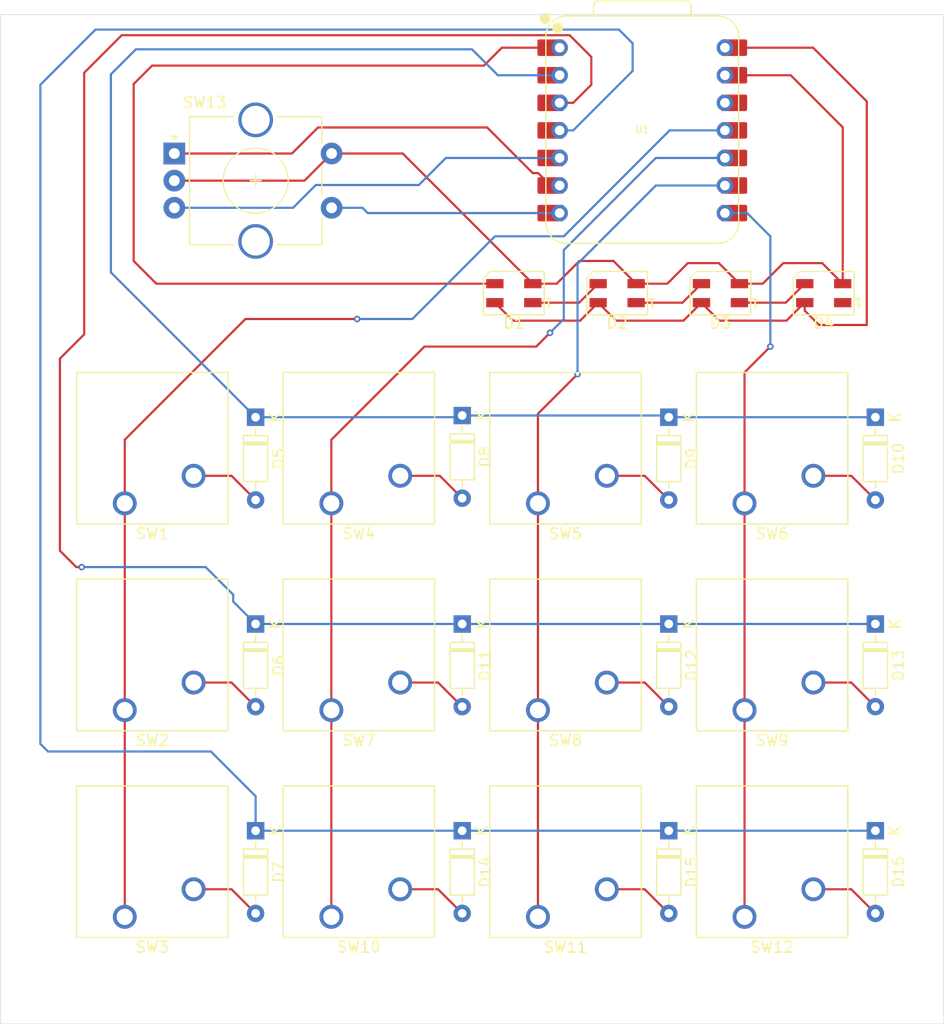
<source format=kicad_pcb>
(kicad_pcb (version 20240108) (generator "pcbnew") (generator_version "8.0")
  (layers (0 "F.Cu" signal) (31 "B.Cu" signal) (34 "B.Paste" user) (35 "F.Paste" user) (36 "B.SilkS" user "B.Silkscreen") (37 "F.SilkS" user "F.Silkscreen") (38 "B.Mask" user) (39 "F.Mask" user) (44 "Edge.Cuts" user))
  (net 0 "")
  (net 1 "GND")
  (net 2 "Net-(D1-DIN)")
  (net 3 "+5V")
  (net 4 "Net-(D1-DOUT)")
  (net 5 "Net-(D2-DOUT)")
  (net 6 "Net-(D3-DOUT)")
  (net 8 "Net-(D10-K)")
  (net 9 "Net-(D5-A)")
  (net 10 "Net-(D6-A)")
  (net 11 "Net-(D11-K)")
  (net 12 "Net-(D7-A)")
  (net 13 "Net-(D14-K)")
  (net 14 "Net-(D8-A)")
  (net 15 "Net-(D9-A)")
  (net 16 "Net-(D10-A)")
  (net 17 "Net-(D11-A)")
  (net 18 "Net-(D12-A)")
  (net 19 "Net-(D13-A)")
  (net 20 "Net-(D14-A)")
  (net 21 "Net-(D15-A)")
  (net 22 "Net-(D16-A)")
  (net 23 "Net-(U1-GPIO3{slash}MOSI)")
  (net 24 "Net-(U1-GPIO4{slash}MISO)")
  (net 25 "Net-(U1-GPIO2{slash}SCK)")
  (net 26 "Net-(U1-GPIO1{slash}RX)")
  (net 27 "Net-(U1-GPIO0{slash}TX)")
  (net 28 "Net-(U1-GPIO7{slash}SCL)")
  (net 29 "Net-(U1-GPIO6{slash}SDA)")
  (footprint "Button_Switch_Keyboard:SW_Cherry_MX_1.00u_PCB" (layer "F.Cu") (at 185.57875 93.18625 180)
    (property "Reference" "SW8" (at -2.54 -2.794 360) (layer "F.SilkS"))
    (property "Value" "SW_Push")
    (pad "" np_thru_hole circle (at -7.62 5.08 180) (size 1.7 1.7) (drill 1.7) (layers "*.Cu" "*.Mask"))
    (pad "" np_thru_hole circle (at -2.54 5.08 180) (size 4 4) (drill 4) (layers "*.Cu" "*.Mask"))
    (pad "" np_thru_hole circle (at 2.54 5.08 180) (size 1.7 1.7) (drill 1.7) (layers "*.Cu" "*.Mask"))
    (pad "1" thru_hole circle (at 0 0 180) (size 2.2 2.2) (drill 1.5) (layers "*.Cu" "*.Mask") (net 25 "Net-(U1-GPIO2{slash}SCK)"))
    (pad "2" thru_hole circle (at -6.35 2.54 180) (size 2.2 2.2) (drill 1.5) (layers "*.Cu" "*.Mask") (net 18 "Net-(D12-A)"))
  )
  (footprint "Diode_THT:D_DO-35_SOD27_P7.62mm_Horizontal" (layer "F.Cu") (at 159.54375 104.29875 -90)
    (property "Reference" "D7" (at 3.81 -2.12 90) (layer "F.SilkS"))
    (property "Value" "D")
    (fp_text user "K" (at 0 -1.8 90) (layer "F.SilkS"))
    (pad "1" thru_hole rect (at 0 0 270) (size 1.6 1.6) (drill 0.8) (layers "*.Cu" "*.Mask") (net 13 "Net-(D14-K)"))
    (pad "2" thru_hole oval (at 7.62 0 270) (size 1.6 1.6) (drill 0.8) (layers "*.Cu" "*.Mask") (net 12 "Net-(D7-A)"))
  )
  (footprint "LED_SMD:LED_SK6812MINI_PLCC4_3.5x3.5mm_P1.75mm" (layer "F.Cu") (at 211.93125 54.76875 180)
    (property "Reference" "D4" (at 0 -2.75 360) (layer "F.SilkS"))
    (property "Value" "SK6812MINI")
    (fp_text user "1" (at -3.2 -0.875 180) (layer "F.SilkS") (effects (font (size 0.8 0.8))))
    (pad "1" smd rect (at -1.75 -0.875 180) (size 1.6 0.85) (layers "F.Cu" "F.Paste" "F.Mask"))
    (pad "2" smd rect (at -1.75 0.875 180) (size 1.6 0.85) (layers "F.Cu" "F.Paste" "F.Mask") (net 1 "GND"))
    (pad "3" smd rect (at 1.75 0.875 180) (size 1.6 0.85) (layers "F.Cu" "F.Paste" "F.Mask") (net 6 "Net-(D3-DOUT)"))
    (pad "4" smd rect (at 1.75 -0.875 180) (size 1.6 0.85) (layers "F.Cu" "F.Paste" "F.Mask") (net 3 "+5V"))
  )
  (footprint "Diode_THT:D_DO-35_SOD27_P7.62mm_Horizontal" (layer "F.Cu") (at 159.54375 66.19875 -90)
    (property "Reference" "D5" (at 3.81 -2.12 90) (layer "F.SilkS"))
    (property "Value" "D")
    (fp_text user "K" (at 0 -1.8 90) (layer "F.SilkS"))
    (pad "1" thru_hole rect (at 0 0 270) (size 1.6 1.6) (drill 0.8) (layers "*.Cu" "*.Mask") (net 8 "Net-(D10-K)"))
    (pad "2" thru_hole oval (at 7.62 0 270) (size 1.6 1.6) (drill 0.8) (layers "*.Cu" "*.Mask") (net 9 "Net-(D5-A)"))
  )
  (footprint "Diode_THT:D_DO-35_SOD27_P7.62mm_Horizontal" (layer "F.Cu") (at 216.69375 66.19875 -90)
    (property "Reference" "D10" (at 3.81 -2.12 90) (layer "F.SilkS"))
    (property "Value" "D")
    (fp_text user "K" (at 0 -1.8 90) (layer "F.SilkS"))
    (pad "1" thru_hole rect (at 0 0 270) (size 1.6 1.6) (drill 0.8) (layers "*.Cu" "*.Mask") (net 8 "Net-(D10-K)"))
    (pad "2" thru_hole oval (at 7.62 0 270) (size 1.6 1.6) (drill 0.8) (layers "*.Cu" "*.Mask") (net 16 "Net-(D10-A)"))
  )
  (footprint "LED_SMD:LED_SK6812MINI_PLCC4_3.5x3.5mm_P1.75mm" (layer "F.Cu") (at 183.35625 54.76875 180)
    (property "Reference" "D1" (at 0 -2.75 360) (layer "F.SilkS"))
    (property "Value" "SK6812MINI")
    (fp_text user "1" (at -3.2 -0.875 180) (layer "F.SilkS") (effects (font (size 0.8 0.8))))
    (pad "1" smd rect (at -1.75 -0.875 180) (size 1.6 0.85) (layers "F.Cu" "F.Paste" "F.Mask") (net 4 "Net-(D1-DOUT)"))
    (pad "2" smd rect (at -1.75 0.875 180) (size 1.6 0.85) (layers "F.Cu" "F.Paste" "F.Mask") (net 1 "GND"))
    (pad "3" smd rect (at 1.75 0.875 180) (size 1.6 0.85) (layers "F.Cu" "F.Paste" "F.Mask") (net 2 "Net-(D1-DIN)"))
    (pad "4" smd rect (at 1.75 -0.875 180) (size 1.6 0.85) (layers "F.Cu" "F.Paste" "F.Mask") (net 3 "+5V"))
  )
  (footprint "Diode_THT:D_DO-35_SOD27_P7.62mm_Horizontal" (layer "F.Cu") (at 178.59375 66.04 -90)
    (property "Reference" "D8" (at 3.81 -2.12 90) (layer "F.SilkS"))
    (property "Value" "D")
    (fp_text user "K" (at 0 -1.8 90) (layer "F.SilkS"))
    (pad "1" thru_hole rect (at 0 0 270) (size 1.6 1.6) (drill 0.8) (layers "*.Cu" "*.Mask") (net 8 "Net-(D10-K)"))
    (pad "2" thru_hole oval (at 7.62 0 270) (size 1.6 1.6) (drill 0.8) (layers "*.Cu" "*.Mask") (net 14 "Net-(D8-A)"))
  )
  (footprint "Button_Switch_Keyboard:SW_Cherry_MX_1.00u_PCB" (layer "F.Cu") (at 147.47875 74.13625 180)
    (property "Reference" "SW1" (at -2.54 -2.794 360) (layer "F.SilkS"))
    (property "Value" "SW_Push")
    (pad "" np_thru_hole circle (at -7.62 5.08 180) (size 1.7 1.7) (drill 1.7) (layers "*.Cu" "*.Mask"))
    (pad "" np_thru_hole circle (at -2.54 5.08 180) (size 4 4) (drill 4) (layers "*.Cu" "*.Mask"))
    (pad "" np_thru_hole circle (at 2.54 5.08 180) (size 1.7 1.7) (drill 1.7) (layers "*.Cu" "*.Mask"))
    (pad "1" thru_hole circle (at 0 0 180) (size 2.2 2.2) (drill 1.5) (layers "*.Cu" "*.Mask") (net 23 "Net-(U1-GPIO3{slash}MOSI)"))
    (pad "2" thru_hole circle (at -6.35 2.54 180) (size 2.2 2.2) (drill 1.5) (layers "*.Cu" "*.Mask") (net 9 "Net-(D5-A)"))
  )
  (footprint "Diode_THT:D_DO-35_SOD27_P7.62mm_Horizontal" (layer "F.Cu") (at 197.64375 85.24875 -90)
    (property "Reference" "D12" (at 3.81 -2.12 90) (layer "F.SilkS"))
    (property "Value" "D")
    (fp_text user "K" (at 0 -1.8 90) (layer "F.SilkS"))
    (pad "1" thru_hole rect (at 0 0 270) (size 1.6 1.6) (drill 0.8) (layers "*.Cu" "*.Mask") (net 11 "Net-(D11-K)"))
    (pad "2" thru_hole oval (at 7.62 0 270) (size 1.6 1.6) (drill 0.8) (layers "*.Cu" "*.Mask") (net 18 "Net-(D12-A)"))
  )
  (footprint "Button_Switch_Keyboard:SW_Cherry_MX_1.00u_PCB" (layer "F.Cu") (at 204.62875 112.23625 180)
    (property "Reference" "SW12" (at -2.54 -2.794 360) (layer "F.SilkS"))
    (property "Value" "SW_Push")
    (pad "" np_thru_hole circle (at -7.62 5.08 180) (size 1.7 1.7) (drill 1.7) (layers "*.Cu" "*.Mask"))
    (pad "" np_thru_hole circle (at -2.54 5.08 180) (size 4 4) (drill 4) (layers "*.Cu" "*.Mask"))
    (pad "" np_thru_hole circle (at 2.54 5.08 180) (size 1.7 1.7) (drill 1.7) (layers "*.Cu" "*.Mask"))
    (pad "1" thru_hole circle (at 0 0 180) (size 2.2 2.2) (drill 1.5) (layers "*.Cu" "*.Mask") (net 26 "Net-(U1-GPIO1{slash}RX)"))
    (pad "2" thru_hole circle (at -6.35 2.54 180) (size 2.2 2.2) (drill 1.5) (layers "*.Cu" "*.Mask") (net 22 "Net-(D16-A)"))
  )
  (footprint "Button_Switch_Keyboard:SW_Cherry_MX_1.00u_PCB" (layer "F.Cu") (at 147.47875 93.18625 180)
    (property "Reference" "SW2" (at -2.54 -2.794 360) (layer "F.SilkS"))
    (property "Value" "SW_Push")
    (pad "" np_thru_hole circle (at -7.62 5.08 180) (size 1.7 1.7) (drill 1.7) (layers "*.Cu" "*.Mask"))
    (pad "" np_thru_hole circle (at -2.54 5.08 180) (size 4 4) (drill 4) (layers "*.Cu" "*.Mask"))
    (pad "" np_thru_hole circle (at 2.54 5.08 180) (size 1.7 1.7) (drill 1.7) (layers "*.Cu" "*.Mask"))
    (pad "1" thru_hole circle (at 0 0 180) (size 2.2 2.2) (drill 1.5) (layers "*.Cu" "*.Mask") (net 23 "Net-(U1-GPIO3{slash}MOSI)"))
    (pad "2" thru_hole circle (at -6.35 2.54 180) (size 2.2 2.2) (drill 1.5) (layers "*.Cu" "*.Mask") (net 10 "Net-(D6-A)"))
  )
  (footprint "Button_Switch_Keyboard:SW_Cherry_MX_1.00u_PCB" (layer "F.Cu") (at 166.52875 93.18625 180)
    (property "Reference" "SW7" (at -2.54 -2.794 360) (layer "F.SilkS"))
    (property "Value" "SW_Push")
    (pad "" np_thru_hole circle (at -7.62 5.08 180) (size 1.7 1.7) (drill 1.7) (layers "*.Cu" "*.Mask"))
    (pad "" np_thru_hole circle (at -2.54 5.08 180) (size 4 4) (drill 4) (layers "*.Cu" "*.Mask"))
    (pad "" np_thru_hole circle (at 2.54 5.08 180) (size 1.7 1.7) (drill 1.7) (layers "*.Cu" "*.Mask"))
    (pad "1" thru_hole circle (at 0 0 180) (size 2.2 2.2) (drill 1.5) (layers "*.Cu" "*.Mask") (net 24 "Net-(U1-GPIO4{slash}MISO)"))
    (pad "2" thru_hole circle (at -6.35 2.54 180) (size 2.2 2.2) (drill 1.5) (layers "*.Cu" "*.Mask") (net 17 "Net-(D11-A)"))
  )
  (footprint "Diode_THT:D_DO-35_SOD27_P7.62mm_Horizontal" (layer "F.Cu") (at 178.59375 104.29875 -90)
    (property "Reference" "D14" (at 3.81 -2.12 90) (layer "F.SilkS"))
    (property "Value" "D")
    (fp_text user "K" (at 0 -1.8 90) (layer "F.SilkS"))
    (pad "1" thru_hole rect (at 0 0 270) (size 1.6 1.6) (drill 0.8) (layers "*.Cu" "*.Mask") (net 13 "Net-(D14-K)"))
    (pad "2" thru_hole oval (at 7.62 0 270) (size 1.6 1.6) (drill 0.8) (layers "*.Cu" "*.Mask") (net 20 "Net-(D14-A)"))
  )
  (footprint "Button_Switch_Keyboard:SW_Cherry_MX_1.00u_PCB" (layer "F.Cu") (at 166.52875 74.13625 180)
    (property "Reference" "SW4" (at -2.54 -2.794 360) (layer "F.SilkS"))
    (property "Value" "SW_Push")
    (pad "" np_thru_hole circle (at -7.62 5.08 180) (size 1.7 1.7) (drill 1.7) (layers "*.Cu" "*.Mask"))
    (pad "" np_thru_hole circle (at -2.54 5.08 180) (size 4 4) (drill 4) (layers "*.Cu" "*.Mask"))
    (pad "" np_thru_hole circle (at 2.54 5.08 180) (size 1.7 1.7) (drill 1.7) (layers "*.Cu" "*.Mask"))
    (pad "1" thru_hole circle (at 0 0 180) (size 2.2 2.2) (drill 1.5) (layers "*.Cu" "*.Mask") (net 24 "Net-(U1-GPIO4{slash}MISO)"))
    (pad "2" thru_hole circle (at -6.35 2.54 180) (size 2.2 2.2) (drill 1.5) (layers "*.Cu" "*.Mask") (net 14 "Net-(D8-A)"))
  )
  (footprint "Diode_THT:D_DO-35_SOD27_P7.62mm_Horizontal" (layer "F.Cu") (at 197.64375 104.29875 -90)
    (property "Reference" "D15" (at 3.81 -2.12 90) (layer "F.SilkS"))
    (property "Value" "D")
    (fp_text user "K" (at 0 -1.8 90) (layer "F.SilkS"))
    (pad "1" thru_hole rect (at 0 0 270) (size 1.6 1.6) (drill 0.8) (layers "*.Cu" "*.Mask") (net 13 "Net-(D14-K)"))
    (pad "2" thru_hole oval (at 7.62 0 270) (size 1.6 1.6) (drill 0.8) (layers "*.Cu" "*.Mask") (net 21 "Net-(D15-A)"))
  )
  (footprint "LED_SMD:LED_SK6812MINI_PLCC4_3.5x3.5mm_P1.75mm" (layer "F.Cu") (at 192.88125 54.76875 180)
    (property "Reference" "D2" (at 0 -2.75 360) (layer "F.SilkS"))
    (property "Value" "SK6812MINI")
    (fp_text user "1" (at -3.2 -0.875 180) (layer "F.SilkS") (effects (font (size 0.8 0.8))))
    (pad "1" smd rect (at -1.75 -0.875 180) (size 1.6 0.85) (layers "F.Cu" "F.Paste" "F.Mask") (net 5 "Net-(D2-DOUT)"))
    (pad "2" smd rect (at -1.75 0.875 180) (size 1.6 0.85) (layers "F.Cu" "F.Paste" "F.Mask") (net 1 "GND"))
    (pad "3" smd rect (at 1.75 0.875 180) (size 1.6 0.85) (layers "F.Cu" "F.Paste" "F.Mask") (net 4 "Net-(D1-DOUT)"))
    (pad "4" smd rect (at 1.75 -0.875 180) (size 1.6 0.85) (layers "F.Cu" "F.Paste" "F.Mask") (net 3 "+5V"))
  )
  (footprint "Diode_THT:D_DO-35_SOD27_P7.62mm_Horizontal" (layer "F.Cu") (at 159.54375 85.24875 -90)
    (property "Reference" "D6" (at 3.81 -2.12 90) (layer "F.SilkS"))
    (property "Value" "D")
    (fp_text user "K" (at 0 -1.8 90) (layer "F.SilkS"))
    (pad "1" thru_hole rect (at 0 0 270) (size 1.6 1.6) (drill 0.8) (layers "*.Cu" "*.Mask") (net 11 "Net-(D11-K)"))
    (pad "2" thru_hole oval (at 7.62 0 270) (size 1.6 1.6) (drill 0.8) (layers "*.Cu" "*.Mask") (net 10 "Net-(D6-A)"))
  )
  (footprint "Button_Switch_Keyboard:SW_Cherry_MX_1.00u_PCB" (layer "F.Cu") (at 185.57875 74.13625 180)
    (property "Reference" "SW5" (at -2.54 -2.794 360) (layer "F.SilkS"))
    (property "Value" "SW_Push")
    (pad "" np_thru_hole circle (at -7.62 5.08 180) (size 1.7 1.7) (drill 1.7) (layers "*.Cu" "*.Mask"))
    (pad "" np_thru_hole circle (at -2.54 5.08 180) (size 4 4) (drill 4) (layers "*.Cu" "*.Mask"))
    (pad "" np_thru_hole circle (at 2.54 5.08 180) (size 1.7 1.7) (drill 1.7) (layers "*.Cu" "*.Mask"))
    (pad "1" thru_hole circle (at 0 0 180) (size 2.2 2.2) (drill 1.5) (layers "*.Cu" "*.Mask") (net 25 "Net-(U1-GPIO2{slash}SCK)"))
    (pad "2" thru_hole circle (at -6.35 2.54 180) (size 2.2 2.2) (drill 1.5) (layers "*.Cu" "*.Mask") (net 15 "Net-(D9-A)"))
  )
  (footprint "Button_Switch_Keyboard:SW_Cherry_MX_1.00u_PCB" (layer "F.Cu") (at 204.62875 74.13625 180)
    (property "Reference" "SW6" (at -2.54 -2.794 360) (layer "F.SilkS"))
    (property "Value" "SW_Push")
    (pad "" np_thru_hole circle (at -7.62 5.08 180) (size 1.7 1.7) (drill 1.7) (layers "*.Cu" "*.Mask"))
    (pad "" np_thru_hole circle (at -2.54 5.08 180) (size 4 4) (drill 4) (layers "*.Cu" "*.Mask"))
    (pad "" np_thru_hole circle (at 2.54 5.08 180) (size 1.7 1.7) (drill 1.7) (layers "*.Cu" "*.Mask"))
    (pad "1" thru_hole circle (at 0 0 180) (size 2.2 2.2) (drill 1.5) (layers "*.Cu" "*.Mask") (net 26 "Net-(U1-GPIO1{slash}RX)"))
    (pad "2" thru_hole circle (at -6.35 2.54 180) (size 2.2 2.2) (drill 1.5) (layers "*.Cu" "*.Mask") (net 16 "Net-(D10-A)"))
  )
  (footprint "Button_Switch_Keyboard:SW_Cherry_MX_1.00u_PCB" (layer "F.Cu") (at 204.62875 93.18625 180)
    (property "Reference" "SW9" (at -2.54 -2.794 360) (layer "F.SilkS"))
    (property "Value" "SW_Push")
    (pad "" np_thru_hole circle (at -7.62 5.08 180) (size 1.7 1.7) (drill 1.7) (layers "*.Cu" "*.Mask"))
    (pad "" np_thru_hole circle (at -2.54 5.08 180) (size 4 4) (drill 4) (layers "*.Cu" "*.Mask"))
    (pad "" np_thru_hole circle (at 2.54 5.08 180) (size 1.7 1.7) (drill 1.7) (layers "*.Cu" "*.Mask"))
    (pad "1" thru_hole circle (at 0 0 180) (size 2.2 2.2) (drill 1.5) (layers "*.Cu" "*.Mask") (net 26 "Net-(U1-GPIO1{slash}RX)"))
    (pad "2" thru_hole circle (at -6.35 2.54 180) (size 2.2 2.2) (drill 1.5) (layers "*.Cu" "*.Mask") (net 19 "Net-(D13-A)"))
  )
  (footprint "Diode_THT:D_DO-35_SOD27_P7.62mm_Horizontal" (layer "F.Cu") (at 178.59375 85.24875 -90)
    (property "Reference" "D11" (at 3.81 -2.12 90) (layer "F.SilkS"))
    (property "Value" "D")
    (fp_text user "K" (at 0 -1.8 90) (layer "F.SilkS"))
    (pad "1" thru_hole rect (at 0 0 270) (size 1.6 1.6) (drill 0.8) (layers "*.Cu" "*.Mask") (net 11 "Net-(D11-K)"))
    (pad "2" thru_hole oval (at 7.62 0 270) (size 1.6 1.6) (drill 0.8) (layers "*.Cu" "*.Mask") (net 17 "Net-(D11-A)"))
  )
  (footprint "Button_Switch_Keyboard:SW_Cherry_MX_1.00u_PCB" (layer "F.Cu") (at 147.47875 112.23625 180)
    (property "Reference" "SW3" (at -2.54 -2.794 360) (layer "F.SilkS"))
    (property "Value" "SW_Push")
    (pad "" np_thru_hole circle (at -7.62 5.08 180) (size 1.7 1.7) (drill 1.7) (layers "*.Cu" "*.Mask"))
    (pad "" np_thru_hole circle (at -2.54 5.08 180) (size 4 4) (drill 4) (layers "*.Cu" "*.Mask"))
    (pad "" np_thru_hole circle (at 2.54 5.08 180) (size 1.7 1.7) (drill 1.7) (layers "*.Cu" "*.Mask"))
    (pad "1" thru_hole circle (at 0 0 180) (size 2.2 2.2) (drill 1.5) (layers "*.Cu" "*.Mask") (net 23 "Net-(U1-GPIO3{slash}MOSI)"))
    (pad "2" thru_hole circle (at -6.35 2.54 180) (size 2.2 2.2) (drill 1.5) (layers "*.Cu" "*.Mask") (net 12 "Net-(D7-A)"))
  )
  (footprint "Diode_THT:D_DO-35_SOD27_P7.62mm_Horizontal" (layer "F.Cu") (at 197.64375 66.19875 -90)
    (property "Reference" "D9" (at 3.81 -2.12 90) (layer "F.SilkS"))
    (property "Value" "D")
    (fp_text user "K" (at 0 -1.8 90) (layer "F.SilkS"))
    (pad "1" thru_hole rect (at 0 0 270) (size 1.6 1.6) (drill 0.8) (layers "*.Cu" "*.Mask") (net 8 "Net-(D10-K)"))
    (pad "2" thru_hole oval (at 7.62 0 270) (size 1.6 1.6) (drill 0.8) (layers "*.Cu" "*.Mask") (net 15 "Net-(D9-A)"))
  )
  (footprint "Button_Switch_Keyboard:SW_Cherry_MX_1.00u_PCB" (layer "F.Cu") (at 185.57875 112.23625 180)
    (property "Reference" "SW11" (at -2.54 -2.794 360) (layer "F.SilkS"))
    (property "Value" "SW_Push")
    (pad "" np_thru_hole circle (at -7.62 5.08 180) (size 1.7 1.7) (drill 1.7) (layers "*.Cu" "*.Mask"))
    (pad "" np_thru_hole circle (at -2.54 5.08 180) (size 4 4) (drill 4) (layers "*.Cu" "*.Mask"))
    (pad "" np_thru_hole circle (at 2.54 5.08 180) (size 1.7 1.7) (drill 1.7) (layers "*.Cu" "*.Mask"))
    (pad "1" thru_hole circle (at 0 0 180) (size 2.2 2.2) (drill 1.5) (layers "*.Cu" "*.Mask") (net 25 "Net-(U1-GPIO2{slash}SCK)"))
    (pad "2" thru_hole circle (at -6.35 2.54 180) (size 2.2 2.2) (drill 1.5) (layers "*.Cu" "*.Mask") (net 21 "Net-(D15-A)"))
  )
  (footprint "Diode_THT:D_DO-35_SOD27_P7.62mm_Horizontal" (layer "F.Cu") (at 216.69375 104.29875 -90)
    (property "Reference" "D16" (at 3.81 -2.12 90) (layer "F.SilkS"))
    (property "Value" "D")
    (fp_text user "K" (at 0 -1.8 90) (layer "F.SilkS"))
    (pad "1" thru_hole rect (at 0 0 270) (size 1.6 1.6) (drill 0.8) (layers "*.Cu" "*.Mask") (net 13 "Net-(D14-K)"))
    (pad "2" thru_hole oval (at 7.62 0 270) (size 1.6 1.6) (drill 0.8) (layers "*.Cu" "*.Mask") (net 22 "Net-(D16-A)"))
  )
  (footprint "Button_Switch_Keyboard:SW_Cherry_MX_1.00u_PCB" (layer "F.Cu") (at 166.52875 112.23625 180)
    (property "Reference" "SW10" (at -2.54 -2.794 360) (layer "F.SilkS"))
    (property "Value" "SW_Push")
    (pad "" np_thru_hole circle (at -7.62 5.08 180) (size 1.7 1.7) (drill 1.7) (layers "*.Cu" "*.Mask"))
    (pad "" np_thru_hole circle (at -2.54 5.08 180) (size 4 4) (drill 4) (layers "*.Cu" "*.Mask"))
    (pad "" np_thru_hole circle (at 2.54 5.08 180) (size 1.7 1.7) (drill 1.7) (layers "*.Cu" "*.Mask"))
    (pad "1" thru_hole circle (at 0 0 180) (size 2.2 2.2) (drill 1.5) (layers "*.Cu" "*.Mask") (net 24 "Net-(U1-GPIO4{slash}MISO)"))
    (pad "2" thru_hole circle (at -6.35 2.54 180) (size 2.2 2.2) (drill 1.5) (layers "*.Cu" "*.Mask") (net 20 "Net-(D14-A)"))
  )
  (footprint "Diode_THT:D_DO-35_SOD27_P7.62mm_Horizontal" (layer "F.Cu") (at 216.69375 85.24875 -90)
    (property "Reference" "D13" (at 3.81 -2.12 90) (layer "F.SilkS"))
    (property "Value" "D")
    (fp_text user "K" (at 0 -1.8 90) (layer "F.SilkS"))
    (pad "1" thru_hole rect (at 0 0 270) (size 1.6 1.6) (drill 0.8) (layers "*.Cu" "*.Mask") (net 11 "Net-(D11-K)"))
    (pad "2" thru_hole oval (at 7.62 0 270) (size 1.6 1.6) (drill 0.8) (layers "*.Cu" "*.Mask") (net 19 "Net-(D13-A)"))
  )
  (footprint "LED_SMD:LED_SK6812MINI_PLCC4_3.5x3.5mm_P1.75mm" (layer "F.Cu") (at 202.40625 54.76875 180)
    (property "Reference" "D3" (at 0 -2.75 360) (layer "F.SilkS"))
    (property "Value" "SK6812MINI")
    (fp_text user "1" (at -3.2 -0.875 180) (layer "F.SilkS") (effects (font (size 0.8 0.8))))
    (pad "1" smd rect (at -1.75 -0.875 180) (size 1.6 0.85) (layers "F.Cu" "F.Paste" "F.Mask") (net 6 "Net-(D3-DOUT)"))
    (pad "2" smd rect (at -1.75 0.875 180) (size 1.6 0.85) (layers "F.Cu" "F.Paste" "F.Mask") (net 1 "GND"))
    (pad "3" smd rect (at 1.75 0.875 180) (size 1.6 0.85) (layers "F.Cu" "F.Paste" "F.Mask") (net 5 "Net-(D2-DOUT)"))
    (pad "4" smd rect (at 1.75 -0.875 180) (size 1.6 0.85) (layers "F.Cu" "F.Paste" "F.Mask") (net 3 "+5V"))
  )
  (footprint "Rotary_Encoder:RotaryEncoder_Alps_EC11E-Switch_Vertical_H20mm_CircularMountingHoles" (layer "F.Cu") (at 152.05 41.9)
    (property "Reference" "SW13" (at 2.8 -4.7 360) (layer "F.SilkS"))
    (property "Value" "RotaryEncoder_Switch")
    (pad "A" thru_hole rect (at 0 0) (size 2 2) (drill 1) (layers "*.Cu" "*.Mask") (net 28 "Net-(U1-GPIO7{slash}SCL)"))
    (pad "B" thru_hole circle (at 0 5) (size 2 2) (drill 1) (layers "*.Cu" "*.Mask") (net 29 "Net-(U1-GPIO6{slash}SDA)"))
    (pad "C" thru_hole circle (at 0 2.5) (size 2 2) (drill 1) (layers "*.Cu" "*.Mask") (net 1 "GND"))
    (pad "MP" thru_hole circle (at 7.5 -3.1) (size 3.2 3.2) (drill 2.6) (layers "*.Cu" "*.Mask"))
    (pad "MP" thru_hole circle (at 7.5 8.1) (size 3.2 3.2) (drill 2.6) (layers "*.Cu" "*.Mask"))
    (pad "S1" thru_hole circle (at 14.5 5) (size 2 2) (drill 1) (layers "*.Cu" "*.Mask") (net 27 "Net-(U1-GPIO0{slash}TX)"))
    (pad "S2" thru_hole circle (at 14.5 0) (size 2 2) (drill 1) (layers "*.Cu" "*.Mask") (net 1 "GND"))
  )
  (footprint "OPL:XIAO-RP2040-DIP" (layer "F.Cu") (at 195.2 39.7685)
    (property "Reference" "U1" (at 0 -0.0685 0) (layer "F.SilkS") (effects (font (size 0.635 0.635) (thickness 0.1016))))
    (property "Value" "XIAO-RP2040-DIP")
    (pad "1" smd roundrect (at -8.455 -7.62 180) (size 2.432 1.524) (layers "F.Cu" "F.Mask") (roundrect_rratio 0.1) (net 2 "Net-(D1-DIN)"))
    (pad "1" thru_hole circle (at -7.62 -7.62 180) (size 1.524 1.524) (drill 0.889) (layers "*.Cu" "*.Mask") (net 2 "Net-(D1-DIN)"))
    (pad "2" smd roundrect (at -8.455 -5.08 180) (size 2.432 1.524) (layers "F.Cu" "F.Mask") (roundrect_rratio 0.1) (net 8 "Net-(D10-K)"))
    (pad "2" thru_hole circle (at -7.62 -5.08 180) (size 1.524 1.524) (drill 0.889) (layers "*.Cu" "*.Mask") (net 8 "Net-(D10-K)"))
    (pad "3" smd roundrect (at -8.455 -2.54 180) (size 2.432 1.524) (layers "F.Cu" "F.Mask") (roundrect_rratio 0.1) (net 11 "Net-(D11-K)"))
    (pad "3" thru_hole circle (at -7.62 -2.54 180) (size 1.524 1.524) (drill 0.889) (layers "*.Cu" "*.Mask") (net 11 "Net-(D11-K)"))
    (pad "4" smd roundrect (at -8.455 0 180) (size 2.432 1.524) (layers "F.Cu" "F.Mask") (roundrect_rratio 0.1) (net 13 "Net-(D14-K)"))
    (pad "4" thru_hole circle (at -7.62 0 180) (size 1.524 1.524) (drill 0.889) (layers "*.Cu" "*.Mask") (net 13 "Net-(D14-K)"))
    (pad "5" smd roundrect (at -8.455 2.54 180) (size 2.432 1.524) (layers "F.Cu" "F.Mask") (roundrect_rratio 0.1) (net 29 "Net-(U1-GPIO6{slash}SDA)"))
    (pad "5" thru_hole circle (at -7.62 2.54 180) (size 1.524 1.524) (drill 0.889) (layers "*.Cu" "*.Mask") (net 29 "Net-(U1-GPIO6{slash}SDA)"))
    (pad "6" smd roundrect (at -8.455 5.08 180) (size 2.432 1.524) (layers "F.Cu" "F.Mask") (roundrect_rratio 0.1) (net 28 "Net-(U1-GPIO7{slash}SCL)"))
    (pad "6" thru_hole circle (at -7.62 5.08 180) (size 1.524 1.524) (drill 0.889) (layers "*.Cu" "*.Mask") (net 28 "Net-(U1-GPIO7{slash}SCL)"))
    (pad "7" smd roundrect (at -8.455 7.62 180) (size 2.432 1.524) (layers "F.Cu" "F.Mask") (roundrect_rratio 0.1) (net 27 "Net-(U1-GPIO0{slash}TX)"))
    (pad "7" thru_hole circle (at -7.62 7.62 180) (size 1.524 1.524) (drill 0.889) (layers "*.Cu" "*.Mask") (net 27 "Net-(U1-GPIO0{slash}TX)"))
    (pad "8" thru_hole circle (at 7.62 7.62) (size 1.524 1.524) (drill 0.889) (layers "*.Cu" "*.Mask") (net 26 "Net-(U1-GPIO1{slash}RX)"))
    (pad "8" smd roundrect (at 8.455 7.62) (size 2.432 1.524) (layers "F.Cu" "F.Mask") (roundrect_rratio 0.1) (net 26 "Net-(U1-GPIO1{slash}RX)"))
    (pad "9" thru_hole circle (at 7.62 5.08) (size 1.524 1.524) (drill 0.889) (layers "*.Cu" "*.Mask") (net 25 "Net-(U1-GPIO2{slash}SCK)"))
    (pad "9" smd roundrect (at 8.455 5.08) (size 2.432 1.524) (layers "F.Cu" "F.Mask") (roundrect_rratio 0.1) (net 25 "Net-(U1-GPIO2{slash}SCK)"))
    (pad "10" thru_hole circle (at 7.62 2.54) (size 1.524 1.524) (drill 0.889) (layers "*.Cu" "*.Mask") (net 24 "Net-(U1-GPIO4{slash}MISO)"))
    (pad "10" smd roundrect (at 8.455 2.54) (size 2.432 1.524) (layers "F.Cu" "F.Mask") (roundrect_rratio 0.1) (net 24 "Net-(U1-GPIO4{slash}MISO)"))
    (pad "11" thru_hole circle (at 7.62 0) (size 1.524 1.524) (drill 0.889) (layers "*.Cu" "*.Mask") (net 23 "Net-(U1-GPIO3{slash}MOSI)"))
    (pad "11" smd roundrect (at 8.455 0) (size 2.432 1.524) (layers "F.Cu" "F.Mask") (roundrect_rratio 0.1) (net 23 "Net-(U1-GPIO3{slash}MOSI)"))
    (pad "12" thru_hole circle (at 7.62 -2.54) (size 1.524 1.524) (drill 0.889) (layers "*.Cu" "*.Mask"))
    (pad "12" smd roundrect (at 8.455 -2.54) (size 2.432 1.524) (layers "F.Cu" "F.Mask") (roundrect_rratio 0.1))
    (pad "13" thru_hole circle (at 7.62 -5.08) (size 1.524 1.524) (drill 0.889) (layers "*.Cu" "*.Mask") (net 1 "GND"))
    (pad "13" smd roundrect (at 8.455 -5.08) (size 2.432 1.524) (layers "F.Cu" "F.Mask") (roundrect_rratio 0.1) (net 1 "GND"))
    (pad "14" thru_hole circle (at 7.62 -7.62) (size 1.524 1.524) (drill 0.889) (layers "*.Cu" "*.Mask") (net 3 "+5V"))
    (pad "14" smd roundrect (at 8.455 -7.62) (size 2.432 1.524) (layers "F.Cu" "F.Mask") (roundrect_rratio 0.1) (net 3 "+5V"))
  )
  (gr_rect (start 136 29.1) (end 223 122.1) (stroke (width 0.05)) (fill none) (layer "Edge.Cuts"))
  (segment (start 189.4 51.8) (end 192.5375 51.8) (width 0.2) (layer "F.Cu") (net 1))
  (segment (start 194.63125 53.89375) (end 197.50625 53.89375) (width 0.2) (layer "F.Cu") (net 1))
  (segment (start 202.2625 52) (end 204.15625 53.89375) (width 0.2) (layer "F.Cu") (net 1))
  (segment (start 199.4 52) (end 202.2625 52) (width 0.2) (layer "F.Cu") (net 1))
  (segment (start 208.8885 34.6885) (end 213.68125 39.48125) (width 0.2) (layer "F.Cu") (net 1))
  (segment (start 187.30625 53.89375) (end 189.4 51.8) (width 0.2) (layer "F.Cu") (net 1))
  (segment (start 208.2 52) (end 211.7875 52) (width 0.2) (layer "F.Cu") (net 1))
  (segment (start 166.55 41.9) (end 173.1125 41.9) (width 0.2) (layer "F.Cu") (net 1))
  (segment (start 184.98125 53.89375) (end 185.10625 53.89375) (width 0.2) (layer "F.Cu") (net 1))
  (segment (start 204.15625 53.89375) (end 206.30625 53.89375) (width 0.2) (layer "F.Cu") (net 1))
  (segment (start 185.10625 53.89375) (end 187.30625 53.89375) (width 0.2) (layer "F.Cu") (net 1))
  (segment (start 206.30625 53.89375) (end 208.2 52) (width 0.2) (layer "F.Cu") (net 1))
  (segment (start 197.50625 53.89375) (end 199.4 52) (width 0.2) (layer "F.Cu") (net 1))
  (segment (start 192.5375 51.8) (end 194.63125 53.89375) (width 0.2) (layer "F.Cu") (net 1))
  (segment (start 211.7875 52) (end 213.68125 53.89375) (width 0.2) (layer "F.Cu") (net 1))
  (segment (start 213.68125 39.48125) (end 213.68125 53.89375) (width 0.2) (layer "F.Cu") (net 1))
  (segment (start 164.05 44.4) (end 166.55 41.9) (width 0.2) (layer "F.Cu") (net 1))
  (segment (start 173.1125 41.9) (end 185.10625 53.89375) (width 0.2) (layer "F.Cu") (net 1))
  (segment (start 152.05 44.4) (end 164.05 44.4) (width 0.2) (layer "F.Cu") (net 1))
  (segment (start 202.82 34.6885) (end 208.8885 34.6885) (width 0.2) (layer "F.Cu") (net 1))
  (segment (start 148.3 35.5) (end 150 33.8) (width 0.2) (layer "F.Cu") (net 2))
  (segment (start 182.2515 32.1485) (end 187.58 32.1485) (width 0.2) (layer "F.Cu") (net 2))
  (segment (start 180.6 33.8) (end 182.2515 32.1485) (width 0.2) (layer "F.Cu") (net 2))
  (segment (start 150 33.8) (end 180.6 33.8) (width 0.2) (layer "F.Cu") (net 2))
  (segment (start 150.39375 53.89375) (end 148.3 51.8) (width 0.2) (layer "F.Cu") (net 2))
  (segment (start 181.60625 53.89375) (end 150.39375 53.89375) (width 0.2) (layer "F.Cu") (net 2))
  (segment (start 148.3 51.8) (end 148.3 35.5) (width 0.2) (layer "F.Cu") (net 2))
  (segment (start 210.15625 55.64375) (end 210.18125 55.64375) (width 0.2) (layer "F.Cu") (net 3))
  (segment (start 210.18125 55.64375) (end 210.18125 56.38125) (width 0.2) (layer "F.Cu") (net 3))
  (segment (start 200.65625 55.65625) (end 202.3 57.3) (width 0.2) (layer "F.Cu") (net 3))
  (segment (start 210.18125 56.38125) (end 211.5 57.7) (width 0.2) (layer "F.Cu") (net 3))
  (segment (start 210.9485 32.1485) (end 203.655 32.1485) (width 0.2) (layer "F.Cu") (net 3))
  (segment (start 191.13125 55.64375) (end 192.7875 57.3) (width 0.2) (layer "F.Cu") (net 3))
  (segment (start 181.60625 55.64375) (end 183.2625 57.3) (width 0.2) (layer "F.Cu") (net 3))
  (segment (start 192.7875 57.3) (end 199 57.3) (width 0.2) (layer "F.Cu") (net 3))
  (segment (start 215.9 57.7) (end 215.9 37.1) (width 0.2) (layer "F.Cu") (net 3))
  (segment (start 215.9 37.1) (end 210.9485 32.1485) (width 0.2) (layer "F.Cu") (net 3))
  (segment (start 199 57.3) (end 200.65625 55.64375) (width 0.2) (layer "F.Cu") (net 3))
  (segment (start 208.5 57.3) (end 210.15625 55.64375) (width 0.2) (layer "F.Cu") (net 3))
  (segment (start 200.65625 55.64375) (end 200.65625 55.65625) (width 0.2) (layer "F.Cu") (net 3))
  (segment (start 202.3 57.3) (end 208.5 57.3) (width 0.2) (layer "F.Cu") (net 3))
  (segment (start 189.475 57.3) (end 191.13125 55.64375) (width 0.2) (layer "F.Cu") (net 3))
  (segment (start 183.2625 57.3) (end 189.475 57.3) (width 0.2) (layer "F.Cu") (net 3))
  (segment (start 211.5 57.7) (end 215.9 57.7) (width 0.2) (layer "F.Cu") (net 3))
  (segment (start 185.10625 55.64375) (end 189.38125 55.64375) (width 0.2) (layer "F.Cu") (net 4))
  (segment (start 189.38125 55.64375) (end 191.13125 53.89375) (width 0.2) (layer "F.Cu") (net 4))
  (segment (start 194.63125 55.64375) (end 198.90625 55.64375) (width 0.2) (layer "F.Cu") (net 5))
  (segment (start 198.90625 55.64375) (end 200.65625 53.89375) (width 0.2) (layer "F.Cu") (net 5))
  (segment (start 208.43125 55.64375) (end 210.18125 53.89375) (width 0.2) (layer "F.Cu") (net 6))
  (segment (start 204.15625 55.64375) (end 208.43125 55.64375) (width 0.2) (layer "F.Cu") (net 6))
  (segment (start 197.00875 66.19875) (end 196.85 66.04) (width 0.2) (layer "B.Cu") (net 8))
  (segment (start 197.64375 66.19875) (end 197.00875 66.19875) (width 0.2) (layer "B.Cu") (net 8))
  (segment (start 178.435 66.19875) (end 178.59375 66.04) (width 0.2) (layer "B.Cu") (net 8))
  (segment (start 159.54375 66.19875) (end 178.435 66.19875) (width 0.2) (layer "B.Cu") (net 8))
  (segment (start 187.58 34.6885) (end 181.8885 34.6885) (width 0.2) (layer "B.Cu") (net 8))
  (segment (start 181.8885 34.6885) (end 179.5 32.3) (width 0.2) (layer "B.Cu") (net 8))
  (segment (start 146.2 34.6) (end 146.2 52.855) (width 0.2) (layer "B.Cu") (net 8))
  (segment (start 179.5 32.3) (end 148.5 32.3) (width 0.2) (layer "B.Cu") (net 8))
  (segment (start 196.85 66.04) (end 178.59375 66.04) (width 0.2) (layer "B.Cu") (net 8))
  (segment (start 146.2 52.855) (end 159.54375 66.19875) (width 0.2) (layer "B.Cu") (net 8))
  (segment (start 197.64375 66.19875) (end 216.69375 66.19875) (width 0.2) (layer "B.Cu") (net 8))
  (segment (start 148.5 32.3) (end 146.2 34.6) (width 0.2) (layer "B.Cu") (net 8))
  (segment (start 153.82875 71.59625) (end 157.32125 71.59625) (width 0.2) (layer "F.Cu") (net 9))
  (segment (start 157.32125 71.59625) (end 159.54375 73.81875) (width 0.2) (layer "F.Cu") (net 9))
  (segment (start 153.82875 90.64625) (end 157.32125 90.64625) (width 0.2) (layer "F.Cu") (net 10))
  (segment (start 157.32125 90.64625) (end 159.54375 92.86875) (width 0.2) (layer "F.Cu") (net 10))
  (segment (start 188.8315 37.2285) (end 190.5 35.56) (width 0.2) (layer "F.Cu") (net 11))
  (segment (start 141.5 78.5) (end 143.01 80.01) (width 0.2) (layer "F.Cu") (net 11))
  (segment (start 187.58 37.2285) (end 188.8315 37.2285) (width 0.2) (layer "F.Cu") (net 11))
  (segment (start 143.01 80.01) (end 143.51 80.01) (width 0.2) (layer "F.Cu") (net 11))
  (segment (start 190.5 35.56) (end 190.5 33) (width 0.2) (layer "F.Cu") (net 11))
  (segment (start 147.2 31) (end 143.73875 34.46125) (width 0.2) (layer "F.Cu") (net 11))
  (segment (start 141.5 60.8) (end 141.5 78.5) (width 0.2) (layer "F.Cu") (net 11))
  (segment (start 188.5 31) (end 147.2 31) (width 0.2) (layer "F.Cu") (net 11))
  (segment (start 190.5 33) (end 188.5 31) (width 0.2) (layer "F.Cu") (net 11))
  (segment (start 143.73875 34.46125) (end 143.73875 58.56125) (width 0.2) (layer "F.Cu") (net 11))
  (segment (start 159.54375 84.84375) (end 159.54375 85.24875) (width 0.2) (layer "F.Cu") (net 11))
  (segment (start 143.73875 58.56125) (end 141.5 60.8) (width 0.2) (layer "F.Cu") (net 11))
  (via (at 143.51 80.01) (size 0.6) (drill 0.3) (layers "F.Cu" "B.Cu") (net 11))
  (segment (start 157.48 83.185) (end 159.54375 85.24875) (width 0.2) (layer "B.Cu") (net 11))
  (segment (start 143.51 80.01) (end 154.94 80.01) (width 0.2) (layer "B.Cu") (net 11))
  (segment (start 159.54375 85.24875) (end 178.59375 85.24875) (width 0.2) (layer "B.Cu") (net 11))
  (segment (start 178.59375 85.24875) (end 197.64375 85.24875) (width 0.2) (layer "B.Cu") (net 11))
  (segment (start 157.48 82.55) (end 157.48 83.185) (width 0.2) (layer "B.Cu") (net 11))
  (segment (start 197.64375 85.24875) (end 216.69375 85.24875) (width 0.2) (layer "B.Cu") (net 11))
  (segment (start 154.94 80.01) (end 157.48 82.55) (width 0.2) (layer "B.Cu") (net 11))
  (segment (start 157.32125 109.69625) (end 159.54375 111.91875) (width 0.2) (layer "F.Cu") (net 12))
  (segment (start 153.82875 109.69625) (end 157.32125 109.69625) (width 0.2) (layer "F.Cu") (net 12))
  (segment (start 139.7 35.56) (end 144.78 30.48) (width 0.2) (layer "B.Cu") (net 13))
  (segment (start 197.64375 104.29875) (end 178.59375 104.29875) (width 0.2) (layer "B.Cu") (net 13))
  (segment (start 159.54375 104.29875) (end 159.54375 101.12375) (width 0.2) (layer "B.Cu") (net 13))
  (segment (start 216.69375 104.29875) (end 197.64375 104.29875) (width 0.2) (layer "B.Cu") (net 13))
  (segment (start 155.42 97) (end 140.4 97) (width 0.2) (layer "B.Cu") (net 13))
  (segment (start 194.31 34.29) (end 188.8315 39.7685) (width 0.2) (layer "B.Cu") (net 13))
  (segment (start 193.04 30.48) (end 194.31 31.75) (width 0.2) (layer "B.Cu") (net 13))
  (segment (start 188.8315 39.7685) (end 187.58 39.7685) (width 0.2) (layer "B.Cu") (net 13))
  (segment (start 140.4 97) (end 139.7 96.3) (width 0.2) (layer "B.Cu") (net 13))
  (segment (start 178.59375 104.29875) (end 159.54375 104.29875) (width 0.2) (layer "B.Cu") (net 13))
  (segment (start 159.54375 101.12375) (end 155.42 97) (width 0.2) (layer "B.Cu") (net 13))
  (segment (start 144.78 30.48) (end 193.04 30.48) (width 0.2) (layer "B.Cu") (net 13))
  (segment (start 194.31 31.75) (end 194.31 34.29) (width 0.2) (layer "B.Cu") (net 13))
  (segment (start 139.7 96.3) (end 139.7 35.56) (width 0.2) (layer "B.Cu") (net 13))
  (segment (start 172.87875 71.59625) (end 176.53 71.59625) (width 0.2) (layer "F.Cu") (net 14))
  (segment (start 176.53 71.59625) (end 178.59375 73.66) (width 0.2) (layer "F.Cu") (net 14))
  (segment (start 195.42125 71.59625) (end 197.64375 73.81875) (width 0.2) (layer "F.Cu") (net 15))
  (segment (start 191.92875 71.59625) (end 195.42125 71.59625) (width 0.2) (layer "F.Cu") (net 15))
  (segment (start 210.97875 71.59625) (end 214.47125 71.59625) (width 0.2) (layer "F.Cu") (net 16))
  (segment (start 214.47125 71.59625) (end 216.69375 73.81875) (width 0.2) (layer "F.Cu") (net 16))
  (segment (start 172.87875 90.64625) (end 176.37125 90.64625) (width 0.2) (layer "F.Cu") (net 17))
  (segment (start 176.37125 90.64625) (end 178.59375 92.86875) (width 0.2) (layer "F.Cu") (net 17))
  (segment (start 195.42125 90.64625) (end 197.64375 92.86875) (width 0.2) (layer "F.Cu") (net 18))
  (segment (start 191.92875 90.64625) (end 195.42125 90.64625) (width 0.2) (layer "F.Cu") (net 18))
  (segment (start 210.97875 90.64625) (end 214.47125 90.64625) (width 0.2) (layer "F.Cu") (net 19))
  (segment (start 214.47125 90.64625) (end 216.69375 92.86875) (width 0.2) (layer "F.Cu") (net 19))
  (segment (start 176.37125 109.69625) (end 178.59375 111.91875) (width 0.2) (layer "F.Cu") (net 20))
  (segment (start 172.87875 109.69625) (end 176.37125 109.69625) (width 0.2) (layer "F.Cu") (net 20))
  (segment (start 195.42125 109.69625) (end 197.64375 111.91875) (width 0.2) (layer "F.Cu") (net 21))
  (segment (start 191.92875 109.69625) (end 195.42125 109.69625) (width 0.2) (layer "F.Cu") (net 21))
  (segment (start 210.97875 109.69625) (end 214.47125 109.69625) (width 0.2) (layer "F.Cu") (net 22))
  (segment (start 214.47125 109.69625) (end 216.69375 111.91875) (width 0.2) (layer "F.Cu") (net 22))
  (segment (start 147.47875 68.272848) (end 158.601598 57.15) (width 0.2) (layer "F.Cu") (net 23))
  (segment (start 147.47875 112.23625) (end 147.47875 93.18625) (width 0.2) (layer "F.Cu") (net 23))
  (segment (start 147.47875 93.18625) (end 147.47875 74.13625) (width 0.2) (layer "F.Cu") (net 23))
  (segment (start 147.47875 74.13625) (end 147.47875 68.272848) (width 0.2) (layer "F.Cu") (net 23))
  (segment (start 158.601598 57.15) (end 168.91 57.15) (width 0.2) (layer "F.Cu") (net 23))
  (via (at 168.91 57.15) (size 0.6) (drill 0.3) (layers "F.Cu" "B.Cu") (net 23))
  (segment (start 197.7215 39.7685) (end 202.82 39.7685) (width 0.2) (layer "B.Cu") (net 23))
  (segment (start 168.91 57.15) (end 173.99 57.15) (width 0.2) (layer "B.Cu") (net 23))
  (segment (start 173.99 57.15) (end 181.61 49.53) (width 0.2) (layer "B.Cu") (net 23))
  (segment (start 187.96 49.53) (end 197.7215 39.7685) (width 0.2) (layer "B.Cu") (net 23))
  (segment (start 181.61 49.53) (end 187.96 49.53) (width 0.2) (layer "B.Cu") (net 23))
  (segment (start 166.52875 93.18625) (end 166.52875 74.13625) (width 0.2) (layer "F.Cu") (net 24))
  (segment (start 166.52875 112.23625) (end 166.52875 93.18625) (width 0.2) (layer "F.Cu") (net 24))
  (segment (start 166.52875 74.13625) (end 166.52875 68.272848) (width 0.2) (layer "F.Cu") (net 24))
  (segment (start 166.52875 68.272848) (end 175.111598 59.69) (width 0.2) (layer "F.Cu") (net 24))
  (segment (start 185.42 59.69) (end 186.69 58.42) (width 0.2) (layer "F.Cu") (net 24))
  (segment (start 175.111598 59.69) (end 185.42 59.69) (width 0.2) (layer "F.Cu") (net 24))
  (via (at 186.69 58.42) (size 0.6) (drill 0.3) (layers "F.Cu" "B.Cu") (net 24))
  (segment (start 202.82 42.3085) (end 196.4515 42.3085) (width 0.2) (layer "B.Cu") (net 24))
  (segment (start 196.4515 42.3085) (end 187.96 50.8) (width 0.2) (layer "B.Cu") (net 24))
  (segment (start 187.96 57.15) (end 186.69 58.42) (width 0.2) (layer "B.Cu") (net 24))
  (segment (start 187.96 50.8) (end 187.96 57.15) (width 0.2) (layer "B.Cu") (net 24))
  (segment (start 185.57875 112.23625) (end 185.57875 93.18625) (width 0.2) (layer "F.Cu") (net 25))
  (segment (start 185.57875 93.18625) (end 185.57875 74.13625) (width 0.2) (layer "F.Cu") (net 25))
  (segment (start 185.57875 74.13625) (end 185.57875 65.88125) (width 0.2) (layer "F.Cu") (net 25))
  (segment (start 185.57875 65.88125) (end 189.23 62.23) (width 0.2) (layer "F.Cu") (net 25))
  (via (at 189.23 62.23) (size 0.6) (drill 0.3) (layers "F.Cu" "B.Cu") (net 25))
  (segment (start 189.23 62.23) (end 189.23 52.07) (width 0.2) (layer "B.Cu") (net 25))
  (segment (start 189.23 52.07) (end 196.4515 44.8485) (width 0.2) (layer "B.Cu") (net 25))
  (segment (start 196.4515 44.8485) (end 202.82 44.8485) (width 0.2) (layer "B.Cu") (net 25))
  (segment (start 204.62875 62.07125) (end 207.01 59.69) (width 0.2) (layer "F.Cu") (net 26))
  (segment (start 204.62875 112.23625) (end 204.62875 93.18625) (width 0.2) (layer "F.Cu") (net 26))
  (segment (start 204.62875 93.18625) (end 204.62875 74.13625) (width 0.2) (layer "F.Cu") (net 26))
  (segment (start 204.62875 74.13625) (end 204.62875 62.07125) (width 0.2) (layer "F.Cu") (net 26))
  (via (at 207.01 59.69) (size 0.6) (drill 0.3) (layers "F.Cu" "B.Cu") (net 26))
  (segment (start 204.8685 47.3885) (end 202.82 47.3885) (width 0.2) (layer "B.Cu") (net 26))
  (segment (start 207.01 59.69) (end 207.01 49.53) (width 0.2) (layer "B.Cu") (net 26))
  (segment (start 207.01 49.53) (end 204.8685 47.3885) (width 0.2) (layer "B.Cu") (net 26))
  (segment (start 187.58 47.3885) (end 169.8885 47.3885) (width 0.2) (layer "B.Cu") (net 27))
  (segment (start 169.4 46.9) (end 166.55 46.9) (width 0.2) (layer "B.Cu") (net 27))
  (segment (start 169.8885 47.3885) (end 169.4 46.9) (width 0.2) (layer "B.Cu") (net 27))
  (segment (start 185.1 43.7) (end 185.5965 43.7) (width 0.2) (layer "F.Cu") (net 28))
  (segment (start 165.3 39.5) (end 180.9 39.5) (width 0.2) (layer "F.Cu") (net 28))
  (segment (start 180.9 39.5) (end 185.1 43.7) (width 0.2) (layer "F.Cu") (net 28))
  (segment (start 185.5965 43.7) (end 186.745 44.8485) (width 0.2) (layer "F.Cu") (net 28))
  (segment (start 152.05 41.9) (end 162.9 41.9) (width 0.2) (layer "F.Cu") (net 28))
  (segment (start 162.9 41.9) (end 165.3 39.5) (width 0.2) (layer "F.Cu") (net 28))
  (segment (start 152.05 46.9) (end 163 46.9) (width 0.2) (layer "B.Cu") (net 29))
  (segment (start 177.0915 42.3085) (end 187.58 42.3085) (width 0.2) (layer "B.Cu") (net 29))
  (segment (start 163 46.9) (end 165.1 44.8) (width 0.2) (layer "B.Cu") (net 29))
  (segment (start 174.6 44.8) (end 177.0915 42.3085) (width 0.2) (layer "B.Cu") (net 29))
  (segment (start 165.1 44.8) (end 174.6 44.8) (width 0.2) (layer "B.Cu") (net 29))
)
</source>
